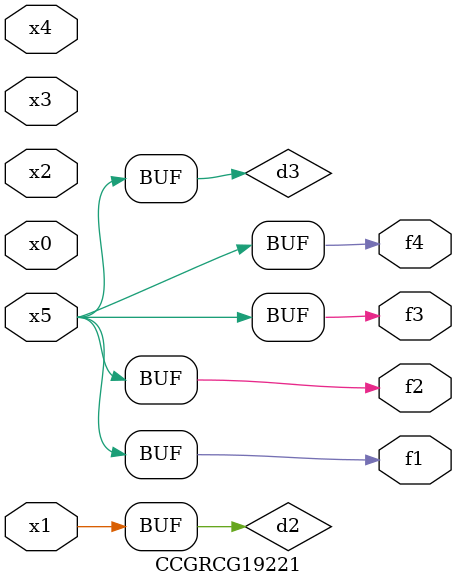
<source format=v>
module CCGRCG19221(
	input x0, x1, x2, x3, x4, x5,
	output f1, f2, f3, f4
);

	wire d1, d2, d3;

	not (d1, x5);
	or (d2, x1);
	xnor (d3, d1);
	assign f1 = d3;
	assign f2 = d3;
	assign f3 = d3;
	assign f4 = d3;
endmodule

</source>
